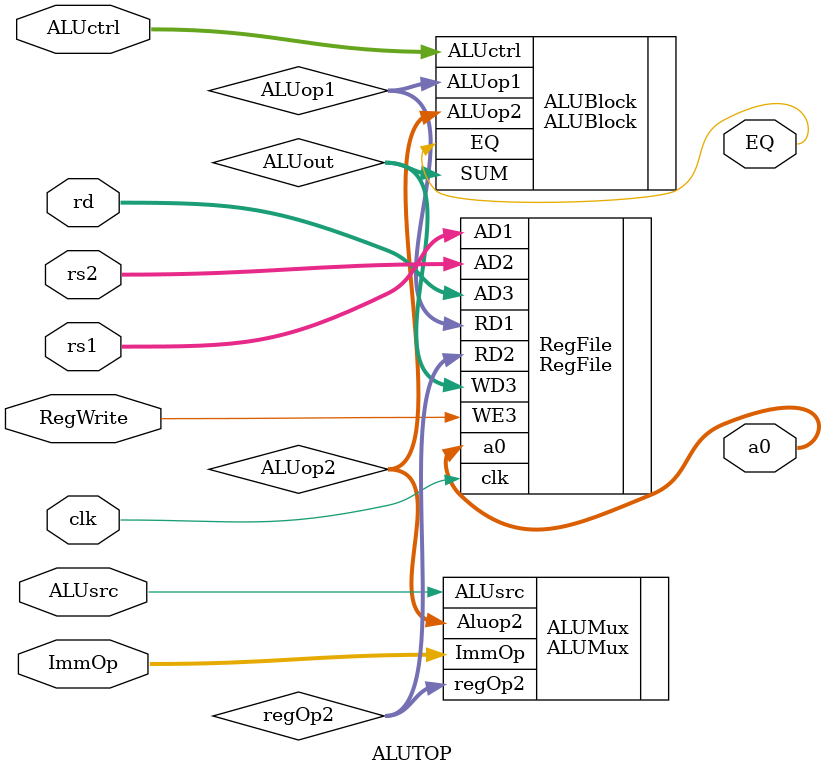
<source format=sv>
module ALUTOP (
    input logic clk,
    input logic [4:0] rs1,
    input logic [4:0] rs2,
    input logic [4:0] rd,
    input logic RegWrite,
    input logic ALUsrc,
    input logic [2:0] ALUctrl,
    input logic [31:0] ImmOp,
    output logic EQ,
    output logic [31:0] a0
);

    logic [31:0] ALUop1;
    logic [31:0] ALUop2;
    logic [31:0] regOp2;
    logic [31:0] ALUout;

RegFile RegFile (
    .clk(clk),
    .AD1(rs1),
    .AD2(rs2),
    .AD3(rd),
    .WD3(ALUout),
    .WE3(RegWrite),
    .a0(a0),
    .RD1(ALUop1),
    .RD2(regOp2)
);

ALUMux ALUMux (
    .regOp2(regOp2),
    .ImmOp(ImmOp),
    .ALUsrc(ALUsrc),
    .Aluop2(ALUop2)
);

ALUBlock ALUBlock (
    .ALUop1(ALUop1),
    .ALUop2(ALUop2),
    .ALUctrl(ALUctrl),
    .SUM(ALUout),
    .EQ(EQ)
);

endmodule


</source>
